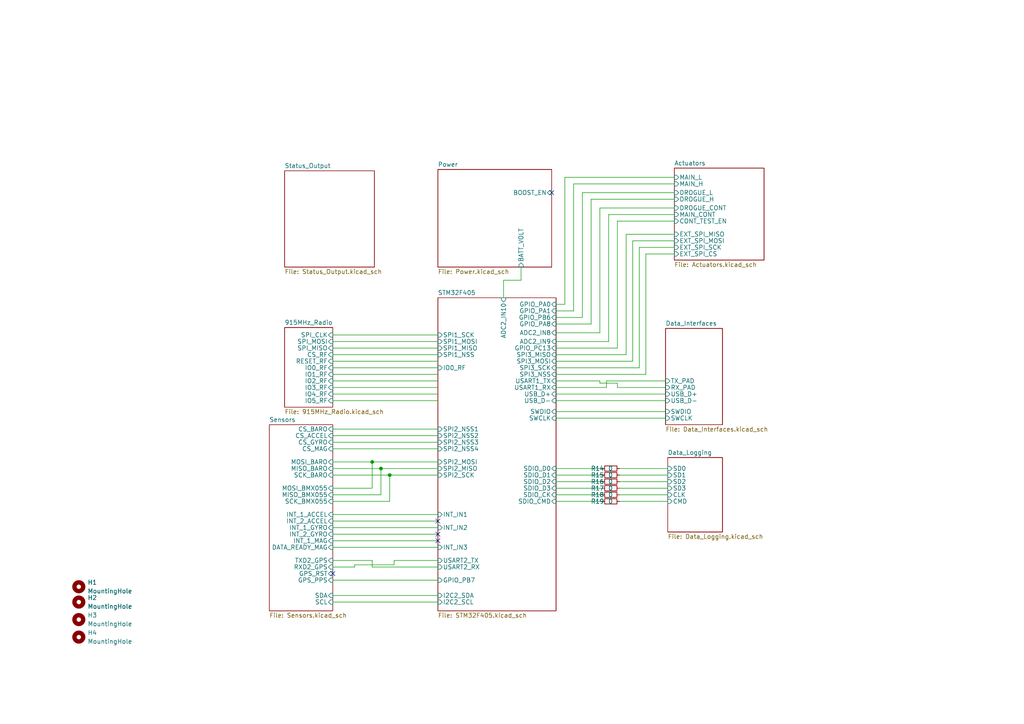
<source format=kicad_sch>
(kicad_sch (version 20211123) (generator eeschema)
  (paper "A4")
  (lib_symbols
    (symbol "Device:R_Small" (pin_numbers hide) (pin_names (offset 0.254) hide)
      (property "Reference" "R" (at 0.762 0.508 0))
      (property "Value" "R_Small" (at 0.762 -1.016 0))
      (symbol "R_Small_0_1"
        (rectangle (start -0.762 1.778) (end 0.762 -1.778) (stroke (width 0.2032)))
      )
      (symbol "R_Small_1_1"
        (pin passive line (at 0 2.54 270) (length 0.762) (name "~") (number "1"))
        (pin passive line (at 0 -2.54 90) (length 0.762) (name "~") (number "2"))
      )
    )
    (symbol "Mechanical:MountingHole" (pin_names (offset 1.016))
      (property "Reference" "H" (at 0 5.08 0))
      (property "Value" "MountingHole" (at 0 3.175 0))
      (symbol "MountingHole_0_1"
        (circle (center 0 0) (radius 1.27) (stroke (width 1.27)))
      )
    )
  )
  (junction (at 107.95 133.985))
  (junction (at 110.49 135.89))
  (junction (at 113.03 137.795))
  (no_connect (at 96.52 166.37))
  (no_connect (at 160.02 55.88))
  (no_connect (at 127 154.94))
  (no_connect (at 127 151.13))
  (no_connect (at 127 156.845))
  (wire (pts (xy 96.52 172.72) (xy 127 172.72)))
  (wire (pts (xy 161.29 145.415) (xy 174.625 145.415)))
  (wire (pts (xy 96.52 149.225) (xy 127 149.225)))
  (wire (pts (xy 161.29 99.06) (xy 176.53 99.06)))
  (wire (pts (xy 161.29 108.585) (xy 187.325 108.585)))
  (wire (pts (xy 176.53 62.23) (xy 176.53 99.06)))
  (wire (pts (xy 96.52 158.75) (xy 127 158.75)))
  (wire (pts (xy 161.29 100.965) (xy 179.07 100.965)))
  (wire (pts (xy 96.52 135.89) (xy 110.49 135.89)))
  (wire (pts (xy 96.52 128.27) (xy 127 128.27)))
  (wire (pts (xy 183.515 104.775) (xy 183.515 69.85)))
  (wire (pts (xy 96.52 156.845) (xy 127 156.845)))
  (wire (pts (xy 102.87 163.83) (xy 102.87 164.465)))
  (wire (pts (xy 161.29 112.395) (xy 175.895 112.395)))
  (wire (pts (xy 151.13 81.28) (xy 151.13 77.47)))
  (wire (pts (xy 110.49 135.89) (xy 127 135.89)))
  (wire (pts (xy 102.87 164.465) (xy 96.52 164.465)))
  (wire (pts (xy 96.52 168.275) (xy 127 168.275)))
  (wire (pts (xy 185.42 71.755) (xy 185.42 106.68)))
  (wire (pts (xy 195.58 71.755) (xy 185.42 71.755)))
  (wire (pts (xy 163.83 51.435) (xy 163.83 88.265)))
  (wire (pts (xy 161.29 121.285) (xy 193.04 121.285)))
  (wire (pts (xy 113.03 137.795) (xy 127 137.795)))
  (wire (pts (xy 175.895 110.49) (xy 175.895 112.395)))
  (wire (pts (xy 96.52 116.205) (xy 127 116.205)))
  (wire (pts (xy 107.95 164.465) (xy 127 164.465)))
  (wire (pts (xy 114.3 162.56) (xy 114.3 163.83)))
  (wire (pts (xy 161.29 104.775) (xy 183.515 104.775)))
  (wire (pts (xy 161.29 116.205) (xy 193.04 116.205)))
  (wire (pts (xy 96.52 154.94) (xy 127 154.94)))
  (wire (pts (xy 179.705 143.51) (xy 193.675 143.51)))
  (wire (pts (xy 166.37 53.34) (xy 195.58 53.34)))
  (wire (pts (xy 173.99 111.125) (xy 179.07 111.125)))
  (wire (pts (xy 96.52 126.365) (xy 127 126.365)))
  (wire (pts (xy 96.52 174.625) (xy 127 174.625)))
  (wire (pts (xy 107.95 141.605) (xy 96.52 141.605)))
  (wire (pts (xy 107.95 133.985) (xy 107.95 141.605)))
  (wire (pts (xy 96.52 130.175) (xy 127 130.175)))
  (wire (pts (xy 161.29 114.3) (xy 193.04 114.3)))
  (wire (pts (xy 96.52 104.775) (xy 127 104.775)))
  (wire (pts (xy 114.3 163.83) (xy 102.87 163.83)))
  (wire (pts (xy 113.03 145.415) (xy 96.52 145.415)))
  (wire (pts (xy 161.29 137.795) (xy 174.625 137.795)))
  (wire (pts (xy 96.52 114.3) (xy 127 114.3)))
  (wire (pts (xy 96.52 137.795) (xy 113.03 137.795)))
  (wire (pts (xy 96.52 112.395) (xy 127 112.395)))
  (wire (pts (xy 161.29 143.51) (xy 174.625 143.51)))
  (wire (pts (xy 179.07 112.395) (xy 193.04 112.395)))
  (wire (pts (xy 168.91 55.88) (xy 195.58 55.88)))
  (wire (pts (xy 161.29 88.265) (xy 163.83 88.265)))
  (wire (pts (xy 171.45 57.785) (xy 195.58 57.785)))
  (wire (pts (xy 96.52 162.56) (xy 107.95 162.56)))
  (wire (pts (xy 161.29 110.49) (xy 173.99 110.49)))
  (wire (pts (xy 146.05 86.36) (xy 146.05 81.28)))
  (wire (pts (xy 166.37 90.17) (xy 166.37 53.34)))
  (wire (pts (xy 161.29 102.87) (xy 181.61 102.87)))
  (wire (pts (xy 161.29 93.98) (xy 171.45 93.98)))
  (wire (pts (xy 195.58 60.325) (xy 173.99 60.325)))
  (wire (pts (xy 195.58 67.945) (xy 181.61 67.945)))
  (wire (pts (xy 179.07 111.125) (xy 179.07 112.395)))
  (wire (pts (xy 179.705 137.795) (xy 193.675 137.795)))
  (wire (pts (xy 161.29 141.605) (xy 174.625 141.605)))
  (wire (pts (xy 161.29 119.38) (xy 193.04 119.38)))
  (wire (pts (xy 113.03 137.795) (xy 113.03 145.415)))
  (wire (pts (xy 96.52 100.965) (xy 127 100.965)))
  (wire (pts (xy 161.29 96.52) (xy 173.99 96.52)))
  (wire (pts (xy 96.52 108.585) (xy 127 108.585)))
  (wire (pts (xy 181.61 67.945) (xy 181.61 102.87)))
  (wire (pts (xy 187.325 108.585) (xy 187.325 73.66)))
  (wire (pts (xy 183.515 69.85) (xy 195.58 69.85)))
  (wire (pts (xy 179.705 139.7) (xy 193.675 139.7)))
  (wire (pts (xy 96.52 102.87) (xy 127 102.87)))
  (wire (pts (xy 193.04 110.49) (xy 175.895 110.49)))
  (wire (pts (xy 146.05 81.28) (xy 151.13 81.28)))
  (wire (pts (xy 168.91 55.88) (xy 168.91 92.075)))
  (wire (pts (xy 107.95 133.985) (xy 127 133.985)))
  (wire (pts (xy 163.83 51.435) (xy 195.58 51.435)))
  (wire (pts (xy 96.52 153.035) (xy 127 153.035)))
  (wire (pts (xy 195.58 64.135) (xy 179.07 64.135)))
  (wire (pts (xy 96.52 99.06) (xy 127 99.06)))
  (wire (pts (xy 96.52 97.155) (xy 127 97.155)))
  (wire (pts (xy 179.705 141.605) (xy 193.675 141.605)))
  (wire (pts (xy 179.705 135.89) (xy 193.675 135.89)))
  (wire (pts (xy 187.325 73.66) (xy 195.58 73.66)))
  (wire (pts (xy 161.29 92.075) (xy 168.91 92.075)))
  (wire (pts (xy 96.52 106.68) (xy 127 106.68)))
  (wire (pts (xy 161.29 135.89) (xy 174.625 135.89)))
  (wire (pts (xy 96.52 124.46) (xy 127 124.46)))
  (wire (pts (xy 96.52 133.985) (xy 107.95 133.985)))
  (wire (pts (xy 171.45 93.98) (xy 171.45 57.785)))
  (wire (pts (xy 179.705 145.415) (xy 193.675 145.415)))
  (wire (pts (xy 107.95 162.56) (xy 107.95 164.465)))
  (wire (pts (xy 96.52 151.13) (xy 127 151.13)))
  (wire (pts (xy 127 162.56) (xy 114.3 162.56)))
  (wire (pts (xy 161.29 139.7) (xy 174.625 139.7)))
  (wire (pts (xy 110.49 143.51) (xy 96.52 143.51)))
  (wire (pts (xy 173.99 60.325) (xy 173.99 96.52)))
  (wire (pts (xy 173.99 110.49) (xy 173.99 111.125)))
  (wire (pts (xy 161.29 106.68) (xy 185.42 106.68)))
  (wire (pts (xy 161.29 90.17) (xy 166.37 90.17)))
  (wire (pts (xy 179.07 64.135) (xy 179.07 100.965)))
  (wire (pts (xy 195.58 62.23) (xy 176.53 62.23)))
  (wire (pts (xy 110.49 135.89) (xy 110.49 143.51)))
  (wire (pts (xy 96.52 110.49) (xy 127 110.49)))
  (symbol (lib_id "Device:R_Small") (at 177.165 145.415 270) (unit 1)
    (property "Reference" "R19" (at 175.26 145.415 90) (effects (justify right)))
    (property "Value" "0" (at 177.8 145.415 90) (effects (justify right)))
    (property "Footprint" "Resistor_SMD:R_0603_1608Metric_Pad0.98x0.95mm_HandSolder" (effects hide))
  )
  (symbol (lib_id "Mechanical:MountingHole") (at 22.86 174.625 0) (unit 1)
    (property "Reference" "H2" (at 25.4 173.3549 0) (effects (justify left)))
    (property "Value" "MountingHole" (at 25.4 175.8949 0) (effects (justify left)))
    (property "Footprint" "MountingHole:MountingHole_2.5mm_Pad" (effects hide))
  )
  (symbol (lib_id "Mechanical:MountingHole") (at 22.86 179.705 0) (unit 1)
    (property "Reference" "H3" (at 25.4 178.4349 0) (effects (justify left)))
    (property "Value" "MountingHole" (at 25.4 180.9749 0) (effects (justify left)))
    (property "Footprint" "MountingHole:MountingHole_2.5mm_Pad" (effects hide))
  )
  (symbol (lib_id "Device:R_Small") (at 177.165 139.7 270) (unit 1)
    (property "Reference" "R16" (at 175.26 139.7 90) (effects (justify right)))
    (property "Value" "0" (at 177.8 139.7 90) (effects (justify right)))
    (property "Footprint" "Resistor_SMD:R_0603_1608Metric_Pad0.98x0.95mm_HandSolder" (effects hide))
  )
  (symbol (lib_id "Device:R_Small") (at 177.165 143.51 270) (unit 1)
    (property "Reference" "R18" (at 175.26 143.51 90) (effects (justify right)))
    (property "Value" "0" (at 177.8 143.51 90) (effects (justify right)))
    (property "Footprint" "Resistor_SMD:R_0603_1608Metric_Pad0.98x0.95mm_HandSolder" (effects hide))
  )
  (symbol (lib_id "Mechanical:MountingHole") (at 22.86 184.785 0) (unit 1)
    (property "Reference" "H4" (at 25.4 183.5149 0) (effects (justify left)))
    (property "Value" "MountingHole" (at 25.4 186.0549 0) (effects (justify left)))
    (property "Footprint" "MountingHole:MountingHole_2.5mm_Pad" (effects hide))
  )
  (symbol (lib_id "Device:R_Small") (at 177.165 141.605 270) (unit 1)
    (property "Reference" "R17" (at 175.26 141.605 90) (effects (justify right)))
    (property "Value" "0" (at 177.8 141.605 90) (effects (justify right)))
    (property "Footprint" "Resistor_SMD:R_0603_1608Metric_Pad0.98x0.95mm_HandSolder" (effects hide))
  )
  (symbol (lib_id "Device:R_Small") (at 177.165 137.795 270) (unit 1)
    (property "Reference" "R15" (at 175.26 137.795 90) (effects (justify right)))
    (property "Value" "0" (at 177.8 137.795 90) (effects (justify right)))
    (property "Footprint" "Resistor_SMD:R_0603_1608Metric_Pad0.98x0.95mm_HandSolder" (effects hide))
  )
  (symbol (lib_id "Device:R_Small") (at 177.165 135.89 270) (unit 1)
    (property "Reference" "R14" (at 175.26 135.89 90) (effects (justify right)))
    (property "Value" "0" (at 177.8 135.89 90) (effects (justify right)))
    (property "Footprint" "Resistor_SMD:R_0603_1608Metric_Pad0.98x0.95mm_HandSolder" (effects hide))
  )
  (symbol (lib_id "Mechanical:MountingHole") (at 22.86 170.18 0) (unit 1)
    (property "Reference" "H1" (at 25.4 168.9099 0) (effects (justify left)))
    (property "Value" "MountingHole" (at 25.4 171.4499 0) (effects (justify left)))
    (property "Footprint" "MountingHole:MountingHole_2.5mm_Pad" (effects hide))
  )
  (sheet (at 127 49.149) (size 33.02 28.321) (stroke (width 0.1524))
    (property "Sheet name" "Power" (at 127 48.4374 0) (effects (justify left bottom)))
    (property "Sheet file" "Power.kicad_sch" (at 127 78.0546 0) (effects (justify left top)))
    (pin "BOOST_EN" input (at 160.02 55.88 0))
    (pin "BATT_VOLT" input (at 151.13 77.47 270))
  )
  (sheet (at 195.58 48.768) (size 26.035 26.67) (stroke (width 0.1524))
    (property "Sheet name" "Actuators" (at 195.58 48.0564 0) (effects (justify left bottom)))
    (property "Sheet file" "Actuators.kicad_sch" (at 195.58 76.0226 0) (effects (justify left top)))
    (pin "MAIN_L" input (at 195.58 51.435 180))
    (pin "MAIN_H" input (at 195.58 53.34 180))
    (pin "DROGUE_L" input (at 195.58 55.88 180))
    (pin "DROGUE_H" input (at 195.58 57.785 180))
    (pin "DROGUE_CONT" input (at 195.58 60.325 180))
    (pin "MAIN_CONT" input (at 195.58 62.23 180))
    (pin "CONT_TEST_EN" input (at 195.58 64.135 180))
    (pin "EXT_SPI_MISO" input (at 195.58 67.945 180))
    (pin "EXT_SPI_SCK" input (at 195.58 71.755 180))
    (pin "EXT_SPI_MOSI" input (at 195.58 69.85 180))
    (pin "EXT_SPI_CS" input (at 195.58 73.66 180))
  )
  (sheet (at 82.55 94.996) (size 13.97 23.114) (stroke (width 0.1524))
    (property "Sheet name" "915MHz_Radio" (at 82.55 94.2844 0) (effects (justify left bottom)))
    (property "Sheet file" "915MHz_Radio.kicad_sch" (at 82.55 118.6946 0) (effects (justify left top)))
    (pin "IO5_RF" input (at 96.52 116.205 0))
    (pin "IO0_RF" input (at 96.52 106.68 0))
    (pin "IO1_RF" input (at 96.52 108.585 0))
    (pin "IO2_RF" input (at 96.52 110.49 0))
    (pin "IO3_RF" input (at 96.52 112.395 0))
    (pin "IO4_RF" input (at 96.52 114.3 0))
    (pin "SPI_MOSI" input (at 96.52 99.06 0))
    (pin "CS_RF" input (at 96.52 102.87 0))
    (pin "RESET_RF" input (at 96.52 104.775 0))
    (pin "SPI_MISO" input (at 96.52 100.965 0))
    (pin "SPI_CLK" input (at 96.52 97.155 0))
  )
  (sheet (at 78.105 123.19) (size 18.415 53.975) (stroke (width 0.1524))
    (property "Sheet name" "Sensors" (at 78.105 122.4784 0) (effects (justify left bottom)))
    (property "Sheet file" "Sensors.kicad_sch" (at 78.105 177.7496 0) (effects (justify left top)))
    (pin "CS_ACCEL" input (at 96.52 126.365 0))
    (pin "CS_GYRO" input (at 96.52 128.27 0))
    (pin "CS_MAG" input (at 96.52 130.175 0))
    (pin "MOSI_BARO" input (at 96.52 133.985 0))
    (pin "CS_BARO" input (at 96.52 124.46 0))
    (pin "MISO_BARO" input (at 96.52 135.89 0))
    (pin "MOSI_BMX055" input (at 96.52 141.605 0))
    (pin "INT_1_ACCEL" input (at 96.52 149.225 0))
    (pin "INT_2_ACCEL" input (at 96.52 151.13 0))
    (pin "INT_1_GYRO" input (at 96.52 153.035 0))
    (pin "INT_2_GYRO" input (at 96.52 154.94 0))
    (pin "INT_1_MAG" input (at 96.52 156.845 0))
    (pin "DATA_READY_MAG" input (at 96.52 158.75 0))
    (pin "GPS_RST" input (at 96.52 166.37 0))
    (pin "GPS_PPS" input (at 96.52 168.275 0))
    (pin "RXD2_GPS" input (at 96.52 164.465 0))
    (pin "TXD2_GPS" input (at 96.52 162.56 0))
    (pin "SCK_BMX055" input (at 96.52 145.415 0))
    (pin "SCK_BARO" input (at 96.52 137.795 0))
    (pin "MISO_BMX055" input (at 96.52 143.51 0))
    (pin "SCL" input (at 96.52 174.625 0))
    (pin "SDA" input (at 96.52 172.72 0))
  )
  (sheet (at 127 86.36) (size 34.29 90.805) (stroke (width 0.1524))
    (property "Sheet name" "STM32F405" (at 127 85.6484 0) (effects (justify left bottom)))
    (property "Sheet file" "STM32F405.kicad_sch" (at 127 177.7496 0) (effects (justify left top)))
    (pin "USB_D-" input (at 161.29 116.205 0))
    (pin "USB_D+" input (at 161.29 114.3 0))
    (pin "IO0_RF" input (at 127 106.68 180))
    (pin "SWCLK" input (at 161.29 121.285 0))
    (pin "SWDIO" input (at 161.29 119.38 0))
    (pin "SPI1_SCK" input (at 127 97.155 180))
    (pin "SPI1_MOSI" input (at 127 99.06 180))
    (pin "USART1_TX" input (at 161.29 110.49 0))
    (pin "USART1_RX" input (at 161.29 112.395 0))
    (pin "SPI1_MISO" input (at 127 100.965 180))
    (pin "SPI1_NSS" input (at 127 102.87 180))
    (pin "SDIO_CK" input (at 161.29 143.51 0))
    (pin "SDIO_D1" input (at 161.29 137.795 0))
    (pin "SDIO_D0" input (at 161.29 135.89 0))
    (pin "SDIO_D3" input (at 161.29 141.605 0))
    (pin "SDIO_D2" input (at 161.29 139.7 0))
    (pin "SDIO_CMD" input (at 161.29 145.415 0))
    (pin "SPI2_MISO" input (at 127 135.89 180))
    (pin "SPI2_MOSI" input (at 127 133.985 180))
    (pin "SPI2_NSS4" input (at 127 130.175 180))
    (pin "SPI2_SCK" input (at 127 137.795 180))
    (pin "SPI2_NSS1" input (at 127 124.46 180))
    (pin "SPI2_NSS2" input (at 127 126.365 180))
    (pin "SPI2_NSS3" input (at 127 128.27 180))
    (pin "INT_IN2" input (at 127 153.035 180))
    (pin "INT_IN3" input (at 127 158.75 180))
    (pin "INT_IN1" input (at 127 149.225 180))
    (pin "GPIO_PA8" input (at 161.29 93.98 0))
    (pin "GPIO_PA0" input (at 161.29 88.265 0))
    (pin "GPIO_PA1" input (at 161.29 90.17 0))
    (pin "GPIO_PC13" input (at 161.29 100.965 0))
    (pin "I2C2_SCL" input (at 127 174.625 180))
    (pin "I2C2_SDA" input (at 127 172.72 180))
    (pin "GPIO_PB6" input (at 161.29 92.075 0))
    (pin "GPIO_PB7" input (at 127 168.275 180))
    (pin "ADC2_IN10" input (at 146.05 86.36 90))
    (pin "SPI3_NSS" input (at 161.29 108.585 0))
    (pin "SPI3_MOSI" input (at 161.29 104.775 0))
    (pin "SPI3_MISO" input (at 161.29 102.87 0))
    (pin "SPI3_SCK" input (at 161.29 106.68 0))
    (pin "ADC2_IN8" input (at 161.29 96.52 0))
    (pin "ADC2_IN9" input (at 161.29 99.06 0))
    (pin "USART2_TX" input (at 127 162.56 180))
    (pin "USART2_RX" input (at 127 164.465 180))
  )
  (sheet (at 82.55 49.53) (size 26.035 27.94) (stroke (width 0.1524))
    (property "Sheet name" "Status_Output" (at 82.55 48.8184 0) (effects (justify left bottom)))
    (property "Sheet file" "Status_Output.kicad_sch" (at 82.55 78.0546 0) (effects (justify left top)))
  )
  (sheet (at 193.675 132.715) (size 15.875 21.59) (stroke (width 0.1524))
    (property "Sheet name" "Data_Logging" (at 193.675 132.0034 0) (effects (justify left bottom)))
    (property "Sheet file" "Data_Logging.kicad_sch" (at 193.675 154.8896 0) (effects (justify left top)))
    (pin "CLK" input (at 193.675 143.51 180))
    (pin "SD3" input (at 193.675 141.605 180))
    (pin "SD2" input (at 193.675 139.7 180))
    (pin "SD1" input (at 193.675 137.795 180))
    (pin "SD0" input (at 193.675 135.89 180))
    (pin "CMD" input (at 193.675 145.415 180))
  )
  (sheet (at 193.04 95.25) (size 16.51 27.94) (stroke (width 0.1524))
    (property "Sheet name" "Data_Interfaces" (at 193.04 94.5384 0) (effects (justify left bottom)))
    (property "Sheet file" "Data_Interfaces.kicad_sch" (at 193.04 123.7746 0) (effects (justify left top)))
    (pin "SWDIO" input (at 193.04 119.38 180))
    (pin "SWCLK" input (at 193.04 121.285 180))
    (pin "USB_D-" input (at 193.04 116.205 180))
    (pin "USB_D+" input (at 193.04 114.3 180))
    (pin "TX_PAD" input (at 193.04 110.49 180))
    (pin "RX_PAD" input (at 193.04 112.395 180))
  )
)
</source>
